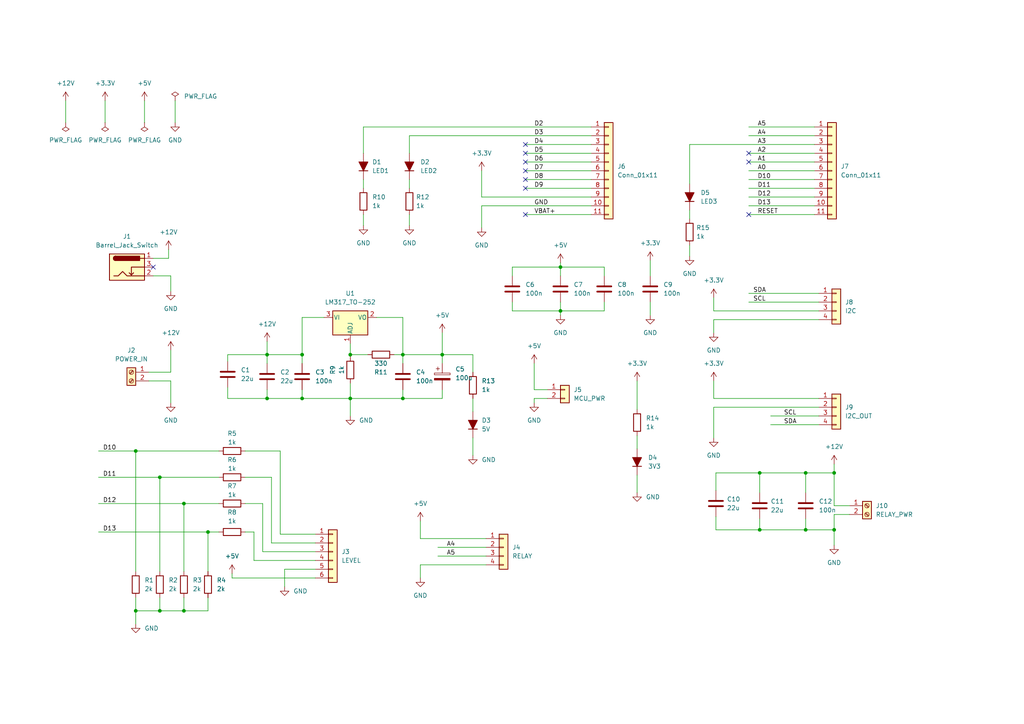
<source format=kicad_sch>
(kicad_sch (version 20211123) (generator eeschema)
  (paper "A4")
  (lib_symbols
    (symbol "Connector:Barrel_Jack_Switch" (pin_names hide)
      (property "Reference" "J" (at 0 5.334 0))
      (property "Value" "Barrel_Jack_Switch" (at 0 -5.08 0))
      (symbol "Barrel_Jack_Switch_0_1"
        (rectangle (start -5.08 3.81) (end 5.08 -3.81) (stroke (width 0.254)) (fill (type background)))
        (arc (start -3.302 3.175) (mid -3.937 2.54) (end -3.302 1.905) (stroke (width 0.254)))
        (arc (start -3.302 3.175) (mid -3.937 2.54) (end -3.302 1.905) (stroke (width 0.254)) (fill (type outline)))
        (polyline (pts (xy 1.27 -2.286) (xy 1.905 -1.651)) (stroke (width 0.254)))
        (polyline (pts (xy 5.08 2.54) (xy 3.81 2.54)) (stroke (width 0.254)))
        (polyline (pts (xy 5.08 0) (xy 1.27 0) (xy 1.27 -2.286) (xy 0.635 -1.651)) (stroke (width 0.254)))
        (polyline (pts (xy -3.81 -2.54) (xy -2.54 -2.54) (xy -1.27 -1.27) (xy 0 -2.54) (xy 2.54 -2.54) (xy 5.08 -2.54)) (stroke (width 0.254)))
        (rectangle (start 3.683 3.175) (end -3.302 1.905) (stroke (width 0.254)) (fill (type outline)))
      )
      (symbol "Barrel_Jack_Switch_1_1"
        (pin passive line (at 7.62 2.54 180) (length 2.54) (name "~") (number "1"))
        (pin passive line (at 7.62 -2.54 180) (length 2.54) (name "~") (number "2"))
        (pin passive line (at 7.62 0 180) (length 2.54) (name "~") (number "3"))
      )
    )
    (symbol "Connector:Screw_Terminal_01x02" (pin_names (offset 1.016) hide)
      (property "Reference" "J" (at 0 2.54 0))
      (property "Value" "Screw_Terminal_01x02" (at 0 -5.08 0))
      (symbol "Screw_Terminal_01x02_1_1"
        (rectangle (start -1.27 1.27) (end 1.27 -3.81) (stroke (width 0.254)) (fill (type background)))
        (circle (center 0 -2.54) (radius 0.635) (stroke (width 0.1524)))
        (polyline (pts (xy -0.5334 -2.2098) (xy 0.3302 -3.048)) (stroke (width 0.1524)))
        (polyline (pts (xy -0.5334 0.3302) (xy 0.3302 -0.508)) (stroke (width 0.1524)))
        (polyline (pts (xy -0.3556 -2.032) (xy 0.508 -2.8702)) (stroke (width 0.1524)))
        (polyline (pts (xy -0.3556 0.508) (xy 0.508 -0.3302)) (stroke (width 0.1524)))
        (circle (center 0 0) (radius 0.635) (stroke (width 0.1524)))
        (pin passive line (at -5.08 0 0) (length 3.81) (name "Pin_1") (number "1"))
        (pin passive line (at -5.08 -2.54 0) (length 3.81) (name "Pin_2") (number "2"))
      )
    )
    (symbol "Connector_Generic:Conn_01x02" (pin_names (offset 1.016) hide)
      (property "Reference" "J" (at 0 2.54 0))
      (property "Value" "Conn_01x02" (at 0 -5.08 0))
      (symbol "Conn_01x02_1_1"
        (rectangle (start -1.27 -2.413) (end 0 -2.667) (stroke (width 0.1524)))
        (rectangle (start -1.27 0.127) (end 0 -0.127) (stroke (width 0.1524)))
        (rectangle (start -1.27 1.27) (end 1.27 -3.81) (stroke (width 0.254)) (fill (type background)))
        (pin passive line (at -5.08 0 0) (length 3.81) (name "Pin_1") (number "1"))
        (pin passive line (at -5.08 -2.54 0) (length 3.81) (name "Pin_2") (number "2"))
      )
    )
    (symbol "Connector_Generic:Conn_01x04" (pin_names (offset 1.016) hide)
      (property "Reference" "J" (at 0 5.08 0))
      (property "Value" "Conn_01x04" (at 0 -7.62 0))
      (symbol "Conn_01x04_1_1"
        (rectangle (start -1.27 -4.953) (end 0 -5.207) (stroke (width 0.1524)))
        (rectangle (start -1.27 -2.413) (end 0 -2.667) (stroke (width 0.1524)))
        (rectangle (start -1.27 0.127) (end 0 -0.127) (stroke (width 0.1524)))
        (rectangle (start -1.27 2.667) (end 0 2.413) (stroke (width 0.1524)))
        (rectangle (start -1.27 3.81) (end 1.27 -6.35) (stroke (width 0.254)) (fill (type background)))
        (pin passive line (at -5.08 2.54 0) (length 3.81) (name "Pin_1") (number "1"))
        (pin passive line (at -5.08 0 0) (length 3.81) (name "Pin_2") (number "2"))
        (pin passive line (at -5.08 -2.54 0) (length 3.81) (name "Pin_3") (number "3"))
        (pin passive line (at -5.08 -5.08 0) (length 3.81) (name "Pin_4") (number "4"))
      )
    )
    (symbol "Connector_Generic:Conn_01x06" (pin_names (offset 1.016) hide)
      (property "Reference" "J" (at 0 7.62 0))
      (property "Value" "Conn_01x06" (at 0 -10.16 0))
      (symbol "Conn_01x06_1_1"
        (rectangle (start -1.27 -7.493) (end 0 -7.747) (stroke (width 0.1524)))
        (rectangle (start -1.27 -4.953) (end 0 -5.207) (stroke (width 0.1524)))
        (rectangle (start -1.27 -2.413) (end 0 -2.667) (stroke (width 0.1524)))
        (rectangle (start -1.27 0.127) (end 0 -0.127) (stroke (width 0.1524)))
        (rectangle (start -1.27 2.667) (end 0 2.413) (stroke (width 0.1524)))
        (rectangle (start -1.27 5.207) (end 0 4.953) (stroke (width 0.1524)))
        (rectangle (start -1.27 6.35) (end 1.27 -8.89) (stroke (width 0.254)) (fill (type background)))
        (pin passive line (at -5.08 5.08 0) (length 3.81) (name "Pin_1") (number "1"))
        (pin passive line (at -5.08 2.54 0) (length 3.81) (name "Pin_2") (number "2"))
        (pin passive line (at -5.08 0 0) (length 3.81) (name "Pin_3") (number "3"))
        (pin passive line (at -5.08 -2.54 0) (length 3.81) (name "Pin_4") (number "4"))
        (pin passive line (at -5.08 -5.08 0) (length 3.81) (name "Pin_5") (number "5"))
        (pin passive line (at -5.08 -7.62 0) (length 3.81) (name "Pin_6") (number "6"))
      )
    )
    (symbol "Connector_Generic:Conn_01x11" (pin_names (offset 1.016) hide)
      (property "Reference" "J" (at 0 15.24 0))
      (property "Value" "Conn_01x11" (at 0 -15.24 0))
      (symbol "Conn_01x11_1_1"
        (rectangle (start -1.27 -12.573) (end 0 -12.827) (stroke (width 0.1524)))
        (rectangle (start -1.27 -10.033) (end 0 -10.287) (stroke (width 0.1524)))
        (rectangle (start -1.27 -7.493) (end 0 -7.747) (stroke (width 0.1524)))
        (rectangle (start -1.27 -4.953) (end 0 -5.207) (stroke (width 0.1524)))
        (rectangle (start -1.27 -2.413) (end 0 -2.667) (stroke (width 0.1524)))
        (rectangle (start -1.27 0.127) (end 0 -0.127) (stroke (width 0.1524)))
        (rectangle (start -1.27 2.667) (end 0 2.413) (stroke (width 0.1524)))
        (rectangle (start -1.27 5.207) (end 0 4.953) (stroke (width 0.1524)))
        (rectangle (start -1.27 7.747) (end 0 7.493) (stroke (width 0.1524)))
        (rectangle (start -1.27 10.287) (end 0 10.033) (stroke (width 0.1524)))
        (rectangle (start -1.27 12.827) (end 0 12.573) (stroke (width 0.1524)))
        (rectangle (start -1.27 13.97) (end 1.27 -13.97) (stroke (width 0.254)) (fill (type background)))
        (pin passive line (at -5.08 12.7 0) (length 3.81) (name "Pin_1") (number "1"))
        (pin passive line (at -5.08 -10.16 0) (length 3.81) (name "Pin_10") (number "10"))
        (pin passive line (at -5.08 -12.7 0) (length 3.81) (name "Pin_11") (number "11"))
        (pin passive line (at -5.08 10.16 0) (length 3.81) (name "Pin_2") (number "2"))
        (pin passive line (at -5.08 7.62 0) (length 3.81) (name "Pin_3") (number "3"))
        (pin passive line (at -5.08 5.08 0) (length 3.81) (name "Pin_4") (number "4"))
        (pin passive line (at -5.08 2.54 0) (length 3.81) (name "Pin_5") (number "5"))
        (pin passive line (at -5.08 0 0) (length 3.81) (name "Pin_6") (number "6"))
        (pin passive line (at -5.08 -2.54 0) (length 3.81) (name "Pin_7") (number "7"))
        (pin passive line (at -5.08 -5.08 0) (length 3.81) (name "Pin_8") (number "8"))
        (pin passive line (at -5.08 -7.62 0) (length 3.81) (name "Pin_9") (number "9"))
      )
    )
    (symbol "Device:C" (pin_numbers hide) (pin_names (offset 0.254))
      (property "Reference" "C" (at 0.635 2.54 0))
      (property "Value" "C" (at 0.635 -2.54 0))
      (symbol "C_0_1"
        (polyline (pts (xy -2.032 -0.762) (xy 2.032 -0.762)) (stroke (width 0.508)))
        (polyline (pts (xy -2.032 0.762) (xy 2.032 0.762)) (stroke (width 0.508)))
      )
      (symbol "C_1_1"
        (pin passive line (at 0 3.81 270) (length 2.794) (name "~") (number "1"))
        (pin passive line (at 0 -3.81 90) (length 2.794) (name "~") (number "2"))
      )
    )
    (symbol "Device:C_Polarized" (pin_numbers hide) (pin_names (offset 0.254))
      (property "Reference" "C" (at 0.635 2.54 0))
      (property "Value" "C_Polarized" (at 0.635 -2.54 0))
      (symbol "C_Polarized_0_1"
        (rectangle (start -2.286 0.508) (end 2.286 1.016))
        (polyline (pts (xy -1.778 2.286) (xy -0.762 2.286)))
        (polyline (pts (xy -1.27 2.794) (xy -1.27 1.778)))
        (rectangle (start 2.286 -0.508) (end -2.286 -1.016) (fill (type outline)))
      )
      (symbol "C_Polarized_1_1"
        (pin passive line (at 0 3.81 270) (length 2.794) (name "~") (number "1"))
        (pin passive line (at 0 -3.81 90) (length 2.794) (name "~") (number "2"))
      )
    )
    (symbol "Device:D_Filled" (pin_numbers hide) (pin_names (offset 1.016) hide)
      (property "Reference" "D" (at 0 2.54 0))
      (property "Value" "D_Filled" (at 0 -2.54 0))
      (symbol "D_Filled_0_1"
        (polyline (pts (xy -1.27 1.27) (xy -1.27 -1.27)) (stroke (width 0.254)))
        (polyline (pts (xy 1.27 0) (xy -1.27 0)))
        (polyline (pts (xy 1.27 1.27) (xy 1.27 -1.27) (xy -1.27 0) (xy 1.27 1.27)) (stroke (width 0.254)) (fill (type outline)))
      )
      (symbol "D_Filled_1_1"
        (pin passive line (at -3.81 0 0) (length 2.54) (name "K") (number "1"))
        (pin passive line (at 3.81 0 180) (length 2.54) (name "A") (number "2"))
      )
    )
    (symbol "Device:R" (pin_numbers hide) (pin_names (offset 0))
      (property "Reference" "R" (at 2.032 0 90))
      (property "Value" "R" (at 0 0 90))
      (symbol "R_0_1"
        (rectangle (start -1.016 -2.54) (end 1.016 2.54) (stroke (width 0.254)))
      )
      (symbol "R_1_1"
        (pin passive line (at 0 3.81 270) (length 1.27) (name "~") (number "1"))
        (pin passive line (at 0 -3.81 90) (length 1.27) (name "~") (number "2"))
      )
    )
    (symbol "Regulator_Linear:LM317_TO-252" (pin_names (offset 0.254))
      (property "Reference" "U" (at -3.81 3.175 0))
      (property "Value" "LM317_TO-252" (at 0 3.175 0))
      (symbol "LM317_TO-252_0_1"
        (rectangle (start -5.08 1.905) (end 5.08 -5.08) (stroke (width 0.254)) (fill (type background)))
      )
      (symbol "LM317_TO-252_1_1"
        (pin input line (at 0 -7.62 90) (length 2.54) (name "ADJ") (number "1"))
        (pin power_out line (at 7.62 0 180) (length 2.54) (name "VO") (number "2"))
        (pin power_in line (at -7.62 0 0) (length 2.54) (name "VI") (number "3"))
      )
    )
    (symbol "power:+12V" (power) (pin_names (offset 0))
      (property "Value" "+12V" (at 0 3.556 0))
      (symbol "+12V_0_1"
        (polyline (pts (xy -0.762 1.27) (xy 0 2.54)))
        (polyline (pts (xy 0 0) (xy 0 2.54)))
        (polyline (pts (xy 0 2.54) (xy 0.762 1.27)))
      )
      (symbol "+12V_1_1"
        (pin power_in line (at 0 0 90) (length 0) hide (name "+12V") (number "1"))
      )
    )
    (symbol "power:+3.3V" (power) (pin_names (offset 0))
      (property "Value" "+3.3V" (at 0 3.556 0))
      (symbol "+3.3V_0_1"
        (polyline (pts (xy -0.762 1.27) (xy 0 2.54)))
        (polyline (pts (xy 0 0) (xy 0 2.54)))
        (polyline (pts (xy 0 2.54) (xy 0.762 1.27)))
      )
      (symbol "+3.3V_1_1"
        (pin power_in line (at 0 0 90) (length 0) hide (name "+3.3V") (number "1"))
      )
    )
    (symbol "power:+5V" (power) (pin_names (offset 0))
      (property "Value" "+5V" (at 0 3.556 0))
      (symbol "+5V_0_1"
        (polyline (pts (xy -0.762 1.27) (xy 0 2.54)))
        (polyline (pts (xy 0 0) (xy 0 2.54)))
        (polyline (pts (xy 0 2.54) (xy 0.762 1.27)))
      )
      (symbol "+5V_1_1"
        (pin power_in line (at 0 0 90) (length 0) hide (name "+5V") (number "1"))
      )
    )
    (symbol "power:GND" (power) (pin_names (offset 0))
      (property "Value" "GND" (at 0 -3.81 0))
      (symbol "GND_0_1"
        (polyline (pts (xy 0 0) (xy 0 -1.27) (xy 1.27 -1.27) (xy 0 -2.54) (xy -1.27 -1.27) (xy 0 -1.27)))
      )
      (symbol "GND_1_1"
        (pin power_in line (at 0 0 270) (length 0) hide (name "GND") (number "1"))
      )
    )
    (symbol "power:PWR_FLAG" (power) (pin_numbers hide) (pin_names (offset 0) hide)
      (property "Value" "PWR_FLAG" (at 0 3.81 0))
      (symbol "PWR_FLAG_0_0"
        (pin power_out line (at 0 0 90) (length 0) (name "pwr") (number "1"))
      )
      (symbol "PWR_FLAG_0_1"
        (polyline (pts (xy 0 0) (xy 0 1.27) (xy -1.016 1.905) (xy 0 2.54) (xy 1.016 1.905) (xy 0 1.27)))
      )
    )
  )
  (junction (at 220.345 153.67))
  (junction (at 87.63 115.57))
  (junction (at 87.63 102.87))
  (junction (at 116.84 102.87))
  (junction (at 46.355 138.43))
  (junction (at 220.345 137.16))
  (junction (at 233.68 153.67))
  (junction (at 233.68 137.16))
  (junction (at 77.47 102.87))
  (junction (at 46.355 177.165))
  (junction (at 162.56 90.17))
  (junction (at 116.84 115.57))
  (junction (at 53.34 177.165))
  (junction (at 241.935 137.16))
  (junction (at 101.6 102.87))
  (junction (at 53.34 146.05))
  (junction (at 241.935 153.67))
  (junction (at 128.27 102.87))
  (junction (at 60.325 154.305))
  (junction (at 77.47 115.57))
  (junction (at 39.37 130.81))
  (junction (at 162.56 77.47))
  (junction (at 39.37 177.165))
  (junction (at 101.6 115.57))
  (no_connect (at 152.4 41.91))
  (no_connect (at 152.4 54.61))
  (no_connect (at 44.45 77.47))
  (no_connect (at 217.17 62.23))
  (no_connect (at 152.4 49.53))
  (no_connect (at 217.17 44.45))
  (no_connect (at 152.4 46.99))
  (no_connect (at 152.4 52.07))
  (no_connect (at 217.17 46.99))
  (no_connect (at 152.4 44.45))
  (no_connect (at 152.4 62.23))
  (wire (pts (xy 217.17 39.37) (xy 236.22 39.37)))
  (wire (pts (xy 175.26 90.17) (xy 175.26 87.63)))
  (wire (pts (xy 116.84 102.87) (xy 128.27 102.87)))
  (wire (pts (xy 152.4 44.45) (xy 171.45 44.45)))
  (wire (pts (xy 241.935 153.67) (xy 241.935 158.115)))
  (wire (pts (xy 207.645 137.16) (xy 207.645 142.24)))
  (wire (pts (xy 101.6 115.57) (xy 101.6 120.65)))
  (wire (pts (xy 28.575 146.05) (xy 53.34 146.05)))
  (wire (pts (xy 28.575 130.81) (xy 39.37 130.81)))
  (wire (pts (xy 53.34 177.165) (xy 60.325 177.165)))
  (wire (pts (xy 139.7 57.15) (xy 171.45 57.15)))
  (wire (pts (xy 152.4 41.91) (xy 171.45 41.91)))
  (wire (pts (xy 139.7 59.69) (xy 171.45 59.69)))
  (wire (pts (xy 43.18 107.95) (xy 49.53 107.95)))
  (wire (pts (xy 116.84 102.87) (xy 116.84 105.41)))
  (wire (pts (xy 137.16 102.87) (xy 137.16 107.95)))
  (wire (pts (xy 105.41 62.23) (xy 105.41 65.405)))
  (wire (pts (xy 188.595 75.565) (xy 188.595 80.01)))
  (wire (pts (xy 81.28 154.94) (xy 91.44 154.94)))
  (wire (pts (xy 127 161.29) (xy 140.97 161.29)))
  (wire (pts (xy 207.01 92.71) (xy 237.49 92.71)))
  (wire (pts (xy 77.47 115.57) (xy 66.04 115.57)))
  (wire (pts (xy 53.34 146.05) (xy 63.5 146.05)))
  (wire (pts (xy 207.01 92.71) (xy 207.01 96.52)))
  (wire (pts (xy 154.94 115.57) (xy 154.94 116.84)))
  (wire (pts (xy 152.4 49.53) (xy 171.45 49.53)))
  (wire (pts (xy 44.45 80.01) (xy 49.53 80.01)))
  (wire (pts (xy 39.37 177.165) (xy 46.355 177.165)))
  (wire (pts (xy 118.745 39.37) (xy 118.745 44.45)))
  (wire (pts (xy 87.63 115.57) (xy 101.6 115.57)))
  (wire (pts (xy 105.41 36.83) (xy 105.41 44.45)))
  (wire (pts (xy 105.41 36.83) (xy 171.45 36.83)))
  (wire (pts (xy 220.345 153.67) (xy 207.645 153.67)))
  (wire (pts (xy 162.56 90.17) (xy 162.56 91.44)))
  (wire (pts (xy 87.63 102.87) (xy 77.47 102.87)))
  (wire (pts (xy 60.325 154.305) (xy 60.325 165.735)))
  (wire (pts (xy 60.325 173.355) (xy 60.325 177.165)))
  (wire (pts (xy 77.47 115.57) (xy 87.63 115.57)))
  (wire (pts (xy 207.01 115.57) (xy 207.01 110.49)))
  (wire (pts (xy 217.17 36.83) (xy 236.22 36.83)))
  (wire (pts (xy 49.53 80.01) (xy 49.53 84.455)))
  (wire (pts (xy 101.6 102.87) (xy 106.68 102.87)))
  (wire (pts (xy 48.895 74.93) (xy 48.895 72.39)))
  (wire (pts (xy 237.49 118.11) (xy 207.01 118.11)))
  (wire (pts (xy 39.37 177.165) (xy 39.37 180.975)))
  (wire (pts (xy 217.17 44.45) (xy 236.22 44.45)))
  (wire (pts (xy 139.7 59.69) (xy 139.7 66.04)))
  (wire (pts (xy 82.55 165.1) (xy 82.55 170.18)))
  (wire (pts (xy 101.6 99.695) (xy 101.6 102.87)))
  (wire (pts (xy 101.6 115.57) (xy 116.84 115.57)))
  (wire (pts (xy 73.66 162.56) (xy 91.44 162.56)))
  (wire (pts (xy 184.785 110.49) (xy 184.785 118.745)))
  (wire (pts (xy 46.355 138.43) (xy 63.5 138.43)))
  (wire (pts (xy 46.355 177.165) (xy 53.34 177.165)))
  (wire (pts (xy 93.98 92.075) (xy 87.63 92.075)))
  (wire (pts (xy 137.16 115.57) (xy 137.16 119.38)))
  (wire (pts (xy 148.59 77.47) (xy 162.56 77.47)))
  (wire (pts (xy 237.49 115.57) (xy 207.01 115.57)))
  (wire (pts (xy 152.4 62.23) (xy 171.45 62.23)))
  (wire (pts (xy 28.575 138.43) (xy 46.355 138.43)))
  (wire (pts (xy 28.575 154.305) (xy 60.325 154.305)))
  (wire (pts (xy 217.17 46.99) (xy 236.22 46.99)))
  (wire (pts (xy 207.01 90.17) (xy 237.49 90.17)))
  (wire (pts (xy 158.75 113.03) (xy 154.94 113.03)))
  (wire (pts (xy 246.38 149.225) (xy 241.935 149.225)))
  (wire (pts (xy 105.41 52.07) (xy 105.41 54.61)))
  (wire (pts (xy 41.91 29.21) (xy 41.91 35.56)))
  (wire (pts (xy 128.27 102.87) (xy 128.27 105.41)))
  (wire (pts (xy 66.04 102.87) (xy 66.04 104.775)))
  (wire (pts (xy 114.3 102.87) (xy 116.84 102.87)))
  (wire (pts (xy 217.17 87.63) (xy 237.49 87.63)))
  (wire (pts (xy 148.59 90.17) (xy 162.56 90.17)))
  (wire (pts (xy 200.025 41.91) (xy 236.22 41.91)))
  (wire (pts (xy 60.325 154.305) (xy 63.5 154.305)))
  (wire (pts (xy 158.75 115.57) (xy 154.94 115.57)))
  (wire (pts (xy 217.17 59.69) (xy 236.22 59.69)))
  (wire (pts (xy 188.595 87.63) (xy 188.595 91.44)))
  (wire (pts (xy 109.22 92.075) (xy 116.84 92.075)))
  (wire (pts (xy 233.68 137.16) (xy 233.68 142.875)))
  (wire (pts (xy 76.2 160.02) (xy 91.44 160.02)))
  (wire (pts (xy 67.31 167.64) (xy 91.44 167.64)))
  (wire (pts (xy 241.935 149.225) (xy 241.935 153.67)))
  (wire (pts (xy 77.47 102.87) (xy 77.47 99.06)))
  (wire (pts (xy 121.92 163.83) (xy 140.97 163.83)))
  (wire (pts (xy 121.92 156.21) (xy 140.97 156.21)))
  (wire (pts (xy 44.45 74.93) (xy 48.895 74.93)))
  (wire (pts (xy 233.68 153.67) (xy 241.935 153.67)))
  (wire (pts (xy 76.2 146.05) (xy 71.12 146.05)))
  (wire (pts (xy 49.53 101.6) (xy 49.53 107.95)))
  (wire (pts (xy 127 158.75) (xy 140.97 158.75)))
  (wire (pts (xy 39.37 173.355) (xy 39.37 177.165)))
  (wire (pts (xy 73.66 154.305) (xy 73.66 162.56)))
  (wire (pts (xy 128.27 102.87) (xy 137.16 102.87)))
  (wire (pts (xy 87.63 92.075) (xy 87.63 102.87)))
  (wire (pts (xy 118.745 39.37) (xy 171.45 39.37)))
  (wire (pts (xy 162.56 77.47) (xy 162.56 80.01)))
  (wire (pts (xy 162.56 90.17) (xy 175.26 90.17)))
  (wire (pts (xy 49.53 110.49) (xy 49.53 116.84)))
  (wire (pts (xy 200.025 41.91) (xy 200.025 53.34)))
  (wire (pts (xy 66.04 115.57) (xy 66.04 112.395)))
  (wire (pts (xy 71.12 154.305) (xy 73.66 154.305)))
  (wire (pts (xy 233.68 137.16) (xy 241.935 137.16)))
  (wire (pts (xy 116.84 92.075) (xy 116.84 102.87)))
  (wire (pts (xy 246.38 146.685) (xy 241.935 146.685)))
  (wire (pts (xy 162.56 76.2) (xy 162.56 77.47)))
  (wire (pts (xy 152.4 46.99) (xy 171.45 46.99)))
  (wire (pts (xy 77.47 102.87) (xy 77.47 105.41)))
  (wire (pts (xy 53.34 173.355) (xy 53.34 177.165)))
  (wire (pts (xy 87.63 113.03) (xy 87.63 115.57)))
  (wire (pts (xy 77.47 113.03) (xy 77.47 115.57)))
  (wire (pts (xy 50.8 29.21) (xy 50.8 35.56)))
  (wire (pts (xy 184.785 137.795) (xy 184.785 142.875)))
  (wire (pts (xy 118.745 52.07) (xy 118.745 54.61)))
  (wire (pts (xy 39.37 130.81) (xy 39.37 165.735)))
  (wire (pts (xy 207.01 90.17) (xy 207.01 86.36)))
  (wire (pts (xy 118.745 62.23) (xy 118.745 65.405)))
  (wire (pts (xy 46.355 138.43) (xy 46.355 165.735)))
  (wire (pts (xy 154.94 105.41) (xy 154.94 113.03)))
  (wire (pts (xy 220.345 137.16) (xy 207.645 137.16)))
  (wire (pts (xy 217.17 62.23) (xy 236.22 62.23)))
  (wire (pts (xy 82.55 165.1) (xy 91.44 165.1)))
  (wire (pts (xy 223.52 120.65) (xy 237.49 120.65)))
  (wire (pts (xy 217.17 85.09) (xy 237.49 85.09)))
  (wire (pts (xy 139.7 57.15) (xy 139.7 49.53)))
  (wire (pts (xy 217.17 54.61) (xy 236.22 54.61)))
  (wire (pts (xy 220.345 150.495) (xy 220.345 153.67)))
  (wire (pts (xy 217.17 52.07) (xy 236.22 52.07)))
  (wire (pts (xy 121.92 163.83) (xy 121.92 167.64)))
  (wire (pts (xy 137.16 127) (xy 137.16 132.08)))
  (wire (pts (xy 148.59 87.63) (xy 148.59 90.17)))
  (wire (pts (xy 207.645 153.67) (xy 207.645 149.86)))
  (wire (pts (xy 101.6 111.125) (xy 101.6 115.57)))
  (wire (pts (xy 81.28 130.81) (xy 71.12 130.81)))
  (wire (pts (xy 175.26 77.47) (xy 175.26 80.01)))
  (wire (pts (xy 152.4 54.61) (xy 171.45 54.61)))
  (wire (pts (xy 220.345 137.16) (xy 233.68 137.16)))
  (wire (pts (xy 241.935 137.16) (xy 241.935 146.685)))
  (wire (pts (xy 152.4 52.07) (xy 171.45 52.07)))
  (wire (pts (xy 30.48 29.21) (xy 30.48 35.56)))
  (wire (pts (xy 233.68 150.495) (xy 233.68 153.67)))
  (wire (pts (xy 78.74 138.43) (xy 78.74 157.48)))
  (wire (pts (xy 148.59 80.01) (xy 148.59 77.47)))
  (wire (pts (xy 217.17 49.53) (xy 236.22 49.53)))
  (wire (pts (xy 78.74 157.48) (xy 91.44 157.48)))
  (wire (pts (xy 77.47 102.87) (xy 66.04 102.87)))
  (wire (pts (xy 46.355 173.355) (xy 46.355 177.165)))
  (wire (pts (xy 19.05 29.21) (xy 19.05 35.56)))
  (wire (pts (xy 128.27 115.57) (xy 128.27 113.03)))
  (wire (pts (xy 43.18 110.49) (xy 49.53 110.49)))
  (wire (pts (xy 200.025 71.12) (xy 200.025 74.295)))
  (wire (pts (xy 81.28 130.81) (xy 81.28 154.94)))
  (wire (pts (xy 87.63 102.87) (xy 87.63 105.41)))
  (wire (pts (xy 220.345 137.16) (xy 220.345 142.875)))
  (wire (pts (xy 116.84 115.57) (xy 128.27 115.57)))
  (wire (pts (xy 223.52 123.19) (xy 237.49 123.19)))
  (wire (pts (xy 121.92 156.21) (xy 121.92 151.13)))
  (wire (pts (xy 76.2 146.05) (xy 76.2 160.02)))
  (wire (pts (xy 207.01 118.11) (xy 207.01 127)))
  (wire (pts (xy 67.31 167.64) (xy 67.31 166.37)))
  (wire (pts (xy 184.785 126.365) (xy 184.785 130.175)))
  (wire (pts (xy 101.6 102.87) (xy 101.6 103.505)))
  (wire (pts (xy 71.12 138.43) (xy 78.74 138.43)))
  (wire (pts (xy 162.56 87.63) (xy 162.56 90.17)))
  (wire (pts (xy 128.27 102.87) (xy 128.27 96.52)))
  (wire (pts (xy 220.345 153.67) (xy 233.68 153.67)))
  (wire (pts (xy 200.025 60.96) (xy 200.025 63.5)))
  (wire (pts (xy 39.37 130.81) (xy 63.5 130.81)))
  (wire (pts (xy 241.935 134.62) (xy 241.935 137.16)))
  (wire (pts (xy 116.84 113.03) (xy 116.84 115.57)))
  (wire (pts (xy 53.34 165.735) (xy 53.34 146.05)))
  (wire (pts (xy 162.56 77.47) (xy 175.26 77.47)))
  (wire (pts (xy 217.17 57.15) (xy 236.22 57.15)))
  (label "A5" (at 129.54 161.29 0))
  (label "D5" (at 154.94 44.45 0))
  (label "SDA" (at 227.33 123.19 0))
  (label "A4" (at 129.54 158.75 0))
  (label "D4" (at 154.94 41.91 0))
  (label "VBAT+" (at 154.94 62.23 0))
  (label "GND" (at 154.94 59.69 0))
  (label "D7" (at 154.94 49.53 0))
  (label "D11" (at 29.845 138.43 0))
  (label "D2" (at 154.94 36.83 0))
  (label "D8" (at 154.94 52.07 0))
  (label "D3" (at 154.94 39.37 0))
  (label "A5" (at 219.71 36.83 0))
  (label "D11" (at 219.71 54.61 0))
  (label "D10" (at 29.845 130.81 0))
  (label "RESET" (at 219.71 62.23 0))
  (label "D6" (at 154.94 46.99 0))
  (label "D9" (at 154.94 54.61 0))
  (label "D12" (at 29.845 146.05 0))
  (label "A1" (at 219.71 46.99 0))
  (label "D12" (at 219.71 57.15 0))
  (label "D13" (at 29.845 154.305 0))
  (label "D10" (at 219.71 52.07 0))
  (label "SCL" (at 227.33 120.65 0))
  (label "A3" (at 219.71 41.91 0))
  (label "D13" (at 219.71 59.69 0))
  (label "SDA" (at 218.44 85.09 0))
  (label "A2" (at 219.71 44.45 0))
  (label "A4" (at 219.71 39.37 0))
  (label "SCL" (at 218.44 87.63 0))
  (label "A0" (at 219.71 49.53 0))
  (symbol (lib_id "Device:C") (at 148.59 83.82 0) (unit 1)
    (property "Reference" "C6" (at 152.4 82.5499 0) (effects (justify left)))
    (property "Value" "100n" (at 152.4 85.0899 0) (effects (justify left)))
    (property "Footprint" "Capacitor_SMD:C_0805_2012Metric_Pad1.18x1.45mm_HandSolder" (effects hide))
    (property "LCSC" "C28233" (effects hide))
  )
  (symbol (lib_id "Device:C") (at 162.56 83.82 0) (unit 1)
    (property "Reference" "C7" (at 166.37 82.5499 0) (effects (justify left)))
    (property "Value" "100n" (at 166.37 85.0899 0) (effects (justify left)))
    (property "Footprint" "Capacitor_SMD:C_0805_2012Metric_Pad1.18x1.45mm_HandSolder" (effects hide))
    (property "LCSC" "C28233" (effects hide))
  )
  (symbol (lib_id "power:+12V") (at 48.895 72.39 0) (unit 1)
    (property "Reference" "#PWR05" (effects hide))
    (property "Value" "+12V" (at 48.895 67.31 0))
  )
  (symbol (lib_id "Device:C") (at 77.47 109.22 0) (unit 1)
    (property "Reference" "C2" (at 81.28 107.9499 0) (effects (justify left)))
    (property "Value" "22u" (at 81.28 110.4899 0) (effects (justify left)))
    (property "Footprint" "Capacitor_SMD:C_0805_2012Metric_Pad1.18x1.45mm_HandSolder" (effects hide))
    (property "LCSC" "C45783" (effects hide))
  )
  (symbol (lib_id "Device:C") (at 188.595 83.82 0) (unit 1)
    (property "Reference" "C9" (at 192.405 82.5499 0) (effects (justify left)))
    (property "Value" "100n" (at 192.405 85.0899 0) (effects (justify left)))
    (property "Footprint" "Capacitor_SMD:C_0805_2012Metric_Pad1.18x1.45mm_HandSolder" (effects hide))
    (property "LCSC" "C28233" (effects hide))
  )
  (symbol (lib_id "power:GND") (at 200.025 74.295 0) (unit 1)
    (property "Reference" "#PWR030" (effects hide))
    (property "Value" "GND" (at 200.025 79.375 0))
  )
  (symbol (lib_id "power:+5V") (at 162.56 76.2 0) (unit 1)
    (property "Reference" "#PWR024" (effects hide))
    (property "Value" "+5V" (at 162.56 71.12 0))
  )
  (symbol (lib_id "power:GND") (at 82.55 170.18 0) (mirror y) (unit 1)
    (property "Reference" "#PWR012" (effects hide))
    (property "Value" "GND" (at 85.09 171.4499 0) (effects (justify right)))
  )
  (symbol (lib_id "power:GND") (at 105.41 65.405 0) (unit 1)
    (property "Reference" "#PWR014" (effects hide))
    (property "Value" "GND" (at 105.41 70.485 0))
  )
  (symbol (lib_id "Device:C") (at 116.84 109.22 0) (unit 1)
    (property "Reference" "C4" (at 120.65 107.9499 0) (effects (justify left)))
    (property "Value" "100n" (at 120.65 110.4899 0) (effects (justify left)))
    (property "Footprint" "Capacitor_SMD:C_0805_2012Metric_Pad1.18x1.45mm_HandSolder" (effects hide))
    (property "LCSC" "C28233" (effects hide))
  )
  (symbol (lib_id "Connector_Generic:Conn_01x04") (at 146.05 158.75 0) (unit 1)
    (property "Reference" "J4" (at 148.59 158.7499 0) (effects (justify left)))
    (property "Value" "RELAY" (at 148.59 161.2899 0) (effects (justify left)))
    (property "Footprint" "Connector_PinHeader_2.54mm:PinHeader_1x04_P2.54mm_Vertical" (effects hide))
    (property "LCSC" "-" (effects hide))
  )
  (symbol (lib_id "Device:D_Filled") (at 200.025 57.15 90) (unit 1)
    (property "Reference" "D5" (at 203.2 55.8799 90) (effects (justify right)))
    (property "Value" "LED3" (at 203.2 58.4199 90) (effects (justify right)))
    (property "Footprint" "LED_SMD:LED_0805_2012Metric_Pad1.15x1.40mm_HandSolder" (effects hide))
    (property "LCSC" "C84256" (effects hide))
  )
  (symbol (lib_id "power:+5V") (at 67.31 166.37 0) (unit 1)
    (property "Reference" "#PWR010" (effects hide))
    (property "Value" "+5V" (at 67.31 161.29 0))
  )
  (symbol (lib_id "power:+12V") (at 49.53 101.6 0) (unit 1)
    (property "Reference" "#PWR07" (effects hide))
    (property "Value" "+12V" (at 49.53 96.52 0))
  )
  (symbol (lib_id "power:GND") (at 207.01 96.52 0) (unit 1)
    (property "Reference" "#PWR032" (effects hide))
    (property "Value" "GND" (at 207.01 101.6 0))
  )
  (symbol (lib_id "Connector_Generic:Conn_01x04") (at 242.57 87.63 0) (unit 1)
    (property "Reference" "J8" (at 245.11 87.6299 0) (effects (justify left)))
    (property "Value" "I2C" (at 245.11 90.1699 0) (effects (justify left)))
    (property "Footprint" "Connector_PinHeader_2.54mm:PinHeader_1x04_P2.54mm_Vertical" (effects hide))
    (property "LCSC" "-" (effects hide))
  )
  (symbol (lib_id "power:+3.3V") (at 184.785 110.49 0) (unit 1)
    (property "Reference" "#PWR026" (effects hide))
    (property "Value" "+3.3V" (at 184.785 105.41 0))
  )
  (symbol (lib_id "Device:R") (at 105.41 58.42 0) (unit 1)
    (property "Reference" "R10" (at 107.95 57.1499 0) (effects (justify left)))
    (property "Value" "1k" (at 107.95 59.6899 0) (effects (justify left)))
    (property "Footprint" "Resistor_SMD:R_0805_2012Metric_Pad1.20x1.40mm_HandSolder" (effects hide))
    (property "LCSC" "C17513" (effects hide))
  )
  (symbol (lib_id "Device:D_Filled") (at 137.16 123.19 90) (unit 1)
    (property "Reference" "D3" (at 139.7 121.9199 90) (effects (justify right)))
    (property "Value" "5V" (at 139.7 124.4599 90) (effects (justify right)))
    (property "Footprint" "LED_SMD:LED_0805_2012Metric_Pad1.15x1.40mm_HandSolder" (effects hide))
    (property "LCSC" "C2297" (effects hide))
  )
  (symbol (lib_id "power:+3.3V") (at 188.595 75.565 0) (unit 1)
    (property "Reference" "#PWR028" (effects hide))
    (property "Value" "+3.3V" (at 188.595 70.485 0))
  )
  (symbol (lib_id "Device:R") (at 67.31 146.05 90) (unit 1)
    (property "Reference" "R7" (at 67.31 140.97 90))
    (property "Value" "1k" (at 67.31 143.51 90))
    (property "Footprint" "Resistor_SMD:R_0805_2012Metric_Pad1.20x1.40mm_HandSolder" (effects hide))
    (property "LCSC" "C17513" (effects hide))
  )
  (symbol (lib_id "power:PWR_FLAG") (at 41.91 35.56 180) (unit 1)
    (property "Reference" "#FLG03" (effects hide))
    (property "Value" "PWR_FLAG" (at 41.91 40.64 0))
  )
  (symbol (lib_id "Device:R") (at 67.31 138.43 90) (unit 1)
    (property "Reference" "R6" (at 67.31 133.35 90))
    (property "Value" "1k" (at 67.31 135.89 90))
    (property "Footprint" "Resistor_SMD:R_0805_2012Metric_Pad1.20x1.40mm_HandSolder" (effects hide))
    (property "LCSC" "C17513" (effects hide))
  )
  (symbol (lib_id "Device:R") (at 184.785 122.555 0) (unit 1)
    (property "Reference" "R14" (at 187.325 121.2849 0) (effects (justify left)))
    (property "Value" "1k" (at 187.325 123.8249 0) (effects (justify left)))
    (property "Footprint" "Resistor_SMD:R_0805_2012Metric_Pad1.20x1.40mm_HandSolder" (effects hide))
    (property "LCSC" "C17513" (effects hide))
  )
  (symbol (lib_id "Connector:Barrel_Jack_Switch") (at 36.83 77.47 0) (unit 1)
    (property "Reference" "J1" (at 36.83 68.58 0))
    (property "Value" "Barrel_Jack_Switch" (at 36.83 71.12 0))
    (property "Footprint" "Connector_BarrelJack:BarrelJack_Horizontal" (effects hide))
    (property "LCSC" "-" (effects hide))
  )
  (symbol (lib_id "power:+3.3V") (at 207.01 86.36 0) (unit 1)
    (property "Reference" "#PWR031" (effects hide))
    (property "Value" "+3.3V" (at 207.01 81.28 0))
  )
  (symbol (lib_id "power:GND") (at 162.56 91.44 0) (unit 1)
    (property "Reference" "#PWR025" (effects hide))
    (property "Value" "GND" (at 162.56 96.52 0))
  )
  (symbol (lib_id "power:GND") (at 207.01 127 0) (unit 1)
    (property "Reference" "#PWR034" (effects hide))
    (property "Value" "GND" (at 207.01 132.08 0))
  )
  (symbol (lib_id "power:GND") (at 50.8 35.56 0) (unit 1)
    (property "Reference" "#PWR09" (effects hide))
    (property "Value" "GND" (at 50.8 40.64 0))
  )
  (symbol (lib_id "power:+12V") (at 19.05 29.21 0) (unit 1)
    (property "Reference" "#PWR01" (effects hide))
    (property "Value" "+12V" (at 19.05 24.13 0))
  )
  (symbol (lib_id "Device:R") (at 200.025 67.31 0) (unit 1)
    (property "Reference" "R15" (at 201.93 66.0399 0) (effects (justify left)))
    (property "Value" "1k" (at 201.93 68.5799 0) (effects (justify left)))
    (property "Footprint" "Resistor_SMD:R_0805_2012Metric_Pad1.20x1.40mm_HandSolder" (effects hide))
    (property "LCSC" "C17513" (effects hide))
  )
  (symbol (lib_id "power:+3.3V") (at 139.7 49.53 0) (unit 1)
    (property "Reference" "#PWR020" (effects hide))
    (property "Value" "+3.3V" (at 139.7 44.45 0))
  )
  (symbol (lib_id "Device:R") (at 67.31 154.305 90) (unit 1)
    (property "Reference" "R8" (at 67.31 148.59 90))
    (property "Value" "1k" (at 67.31 151.13 90))
    (property "Footprint" "Resistor_SMD:R_0805_2012Metric_Pad1.20x1.40mm_HandSolder" (effects hide))
    (property "LCSC" "C17513" (effects hide))
  )
  (symbol (lib_id "Connector:Screw_Terminal_01x02") (at 38.1 107.95 0) (mirror y) (unit 1)
    (property "Reference" "J2" (at 38.1 101.6 0))
    (property "Value" "POWER_IN" (at 38.1 104.14 0))
    (property "Footprint" "TerminalBlock_Phoenix:TerminalBlock_Phoenix_PT-1,5-2-3.5-H_1x02_P3.50mm_Horizontal" (effects hide))
    (property "LCSC" "-" (effects hide))
  )
  (symbol (lib_id "power:+3.3V") (at 30.48 29.21 0) (unit 1)
    (property "Reference" "#PWR02" (effects hide))
    (property "Value" "+3.3V" (at 30.48 24.13 0))
  )
  (symbol (lib_id "Regulator_Linear:LM317_TO-252") (at 101.6 92.075 0) (unit 1)
    (property "Reference" "U1" (at 101.6 85.09 0))
    (property "Value" "LM317_TO-252" (at 101.6 87.63 0))
    (property "Footprint" "Package_TO_SOT_SMD:TO-252-2" (effects hide))
    (property "Datasheet" "http://www.ti.com/lit/ds/snvs774n/snvs774n.pdf" (effects hide))
    (property "LCSC" "C75510" (effects hide))
  )
  (symbol (lib_id "power:GND") (at 118.745 65.405 0) (unit 1)
    (property "Reference" "#PWR015" (effects hide))
    (property "Value" "GND" (at 118.745 70.485 0))
  )
  (symbol (lib_id "Device:C_Polarized") (at 128.27 109.22 0) (unit 1)
    (property "Reference" "C5" (at 132.08 107.0609 0) (effects (justify left)))
    (property "Value" "100u" (at 132.08 109.6009 0) (effects (justify left)))
    (property "Footprint" "Capacitor_Tantalum_SMD:CP_EIA-3528-12_Kemet-T_Pad1.50x2.35mm_HandSolder" (effects hide))
    (property "LCSC" "C16133" (effects hide))
  )
  (symbol (lib_id "power:PWR_FLAG") (at 50.8 29.21 0) (unit 1)
    (property "Reference" "#FLG04" (effects hide))
    (property "Value" "PWR_FLAG" (at 53.34 27.9399 0) (effects (justify left)))
  )
  (symbol (lib_id "Device:R") (at 101.6 107.315 180) (unit 1)
    (property "Reference" "R9" (at 96.52 107.315 90))
    (property "Value" "1k" (at 99.06 107.315 90))
    (property "Footprint" "Resistor_SMD:R_0805_2012Metric_Pad1.20x1.40mm_HandSolder" (effects hide))
    (property "LCSC" "C17513" (effects hide))
  )
  (symbol (lib_id "Connector_Generic:Conn_01x04") (at 242.57 118.11 0) (unit 1)
    (property "Reference" "J9" (at 245.11 118.1099 0) (effects (justify left)))
    (property "Value" "I2C_OUT" (at 245.11 120.6499 0) (effects (justify left)))
    (property "Footprint" "Connector_PinHeader_2.54mm:PinHeader_1x04_P2.54mm_Vertical" (effects hide))
    (property "LCSC" "-" (effects hide))
  )
  (symbol (lib_id "Connector_Generic:Conn_01x02") (at 163.83 113.03 0) (unit 1)
    (property "Reference" "J5" (at 166.37 113.0299 0) (effects (justify left)))
    (property "Value" "MCU_PWR" (at 166.37 115.5699 0) (effects (justify left)))
    (property "Footprint" "Connector_PinHeader_2.54mm:PinHeader_1x02_P2.54mm_Vertical" (effects hide))
    (property "LCSC" "-" (effects hide))
  )
  (symbol (lib_id "power:+5V") (at 154.94 105.41 0) (unit 1)
    (property "Reference" "#PWR022" (effects hide))
    (property "Value" "+5V" (at 154.94 100.33 0))
  )
  (symbol (lib_id "power:+5V") (at 121.92 151.13 0) (unit 1)
    (property "Reference" "#PWR016" (effects hide))
    (property "Value" "+5V" (at 121.92 146.05 0))
  )
  (symbol (lib_id "Connector_Generic:Conn_01x06") (at 96.52 160.02 0) (unit 1)
    (property "Reference" "J3" (at 99.06 160.0199 0) (effects (justify left)))
    (property "Value" "LEVEL" (at 99.06 162.5599 0) (effects (justify left)))
    (property "Footprint" "Connector_PinHeader_2.54mm:PinHeader_1x06_P2.54mm_Vertical" (effects hide))
    (property "LCSC" "-" (effects hide))
  )
  (symbol (lib_id "Device:R") (at 67.31 130.81 90) (unit 1)
    (property "Reference" "R5" (at 67.31 125.73 90))
    (property "Value" "1k" (at 67.31 128.27 90))
    (property "Footprint" "Resistor_SMD:R_0805_2012Metric_Pad1.20x1.40mm_HandSolder" (effects hide))
    (property "LCSC" "C17513" (effects hide))
  )
  (symbol (lib_id "Device:C") (at 87.63 109.22 0) (unit 1)
    (property "Reference" "C3" (at 91.44 107.9499 0) (effects (justify left)))
    (property "Value" "100n" (at 91.44 110.4899 0) (effects (justify left)))
    (property "Footprint" "Capacitor_SMD:C_0805_2012Metric_Pad1.18x1.45mm_HandSolder" (effects hide))
    (property "LCSC" "C28233" (effects hide))
  )
  (symbol (lib_id "Device:R") (at 110.49 102.87 270) (unit 1)
    (property "Reference" "R11" (at 110.49 107.95 90))
    (property "Value" "330" (at 110.49 105.41 90))
    (property "Footprint" "Resistor_SMD:R_0805_2012Metric_Pad1.20x1.40mm_HandSolder" (effects hide))
    (property "LCSC" "C17630" (effects hide))
  )
  (symbol (lib_id "power:GND") (at 49.53 116.84 0) (unit 1)
    (property "Reference" "#PWR08" (effects hide))
    (property "Value" "GND" (at 49.53 121.92 0))
  )
  (symbol (lib_id "power:+12V") (at 77.47 99.06 0) (unit 1)
    (property "Reference" "#PWR011" (effects hide))
    (property "Value" "+12V" (at 77.47 93.98 0))
  )
  (symbol (lib_id "Device:R") (at 39.37 169.545 180) (unit 1)
    (property "Reference" "R1" (at 41.91 168.2749 0) (effects (justify right)))
    (property "Value" "2k" (at 41.91 170.8149 0) (effects (justify right)))
    (property "Footprint" "Resistor_SMD:R_0805_2012Metric_Pad1.20x1.40mm_HandSolder" (effects hide))
    (property "LCSC" "C17604" (effects hide))
  )
  (symbol (lib_id "power:GND") (at 49.53 84.455 0) (unit 1)
    (property "Reference" "#PWR06" (effects hide))
    (property "Value" "GND" (at 49.53 89.535 0))
  )
  (symbol (lib_id "power:+5V") (at 41.91 29.21 0) (unit 1)
    (property "Reference" "#PWR04" (effects hide))
    (property "Value" "+5V" (at 41.91 24.13 0))
  )
  (symbol (lib_id "power:+3.3V") (at 207.01 110.49 0) (unit 1)
    (property "Reference" "#PWR033" (effects hide))
    (property "Value" "+3.3V" (at 207.01 105.41 0))
  )
  (symbol (lib_id "Device:C") (at 233.68 146.685 0) (unit 1)
    (property "Reference" "C12" (at 237.49 145.4149 0) (effects (justify left)))
    (property "Value" "100n" (at 237.49 147.9549 0) (effects (justify left)))
    (property "Footprint" "Capacitor_SMD:C_0805_2012Metric_Pad1.18x1.45mm_HandSolder" (effects hide))
    (property "LCSC" "C28233" (effects hide))
  )
  (symbol (lib_id "Device:R") (at 118.745 58.42 0) (unit 1)
    (property "Reference" "R12" (at 120.65 57.1499 0) (effects (justify left)))
    (property "Value" "1k" (at 120.65 59.6899 0) (effects (justify left)))
    (property "Footprint" "Resistor_SMD:R_0805_2012Metric_Pad1.20x1.40mm_HandSolder" (effects hide))
    (property "LCSC" "C17513" (effects hide))
  )
  (symbol (lib_id "power:PWR_FLAG") (at 30.48 35.56 180) (unit 1)
    (property "Reference" "#FLG02" (effects hide))
    (property "Value" "PWR_FLAG" (at 30.48 40.64 0))
  )
  (symbol (lib_id "power:+12V") (at 241.935 134.62 0) (unit 1)
    (property "Reference" "#PWR035" (effects hide))
    (property "Value" "+12V" (at 241.935 129.54 0))
  )
  (symbol (lib_id "Device:D_Filled") (at 184.785 133.985 90) (unit 1)
    (property "Reference" "D4" (at 187.96 132.7149 90) (effects (justify right)))
    (property "Value" "3V3" (at 187.96 135.2549 90) (effects (justify right)))
    (property "Footprint" "LED_SMD:LED_0805_2012Metric_Pad1.15x1.40mm_HandSolder" (effects hide))
    (property "LCSC" "C2297" (effects hide))
  )
  (symbol (lib_id "Device:R") (at 137.16 111.76 0) (unit 1)
    (property "Reference" "R13" (at 139.7 110.4899 0) (effects (justify left)))
    (property "Value" "1k" (at 139.7 113.0299 0) (effects (justify left)))
    (property "Footprint" "Resistor_SMD:R_0805_2012Metric_Pad1.20x1.40mm_HandSolder" (effects hide))
    (property "LCSC" "C17513" (effects hide))
  )
  (symbol (lib_id "Device:D_Filled") (at 105.41 48.26 90) (unit 1)
    (property "Reference" "D1" (at 107.95 46.9899 90) (effects (justify right)))
    (property "Value" "LED1" (at 107.95 49.5299 90) (effects (justify right)))
    (property "Footprint" "LED_SMD:LED_0805_2012Metric_Pad1.15x1.40mm_HandSolder" (effects hide))
    (property "LCSC" "C2297" (effects hide))
  )
  (symbol (lib_id "power:GND") (at 39.37 180.975 0) (mirror y) (unit 1)
    (property "Reference" "#PWR03" (effects hide))
    (property "Value" "GND" (at 41.91 182.2449 0) (effects (justify right)))
  )
  (symbol (lib_id "power:GND") (at 188.595 91.44 0) (unit 1)
    (property "Reference" "#PWR029" (effects hide))
    (property "Value" "GND" (at 188.595 96.52 0))
  )
  (symbol (lib_id "Device:C") (at 66.04 108.585 0) (unit 1)
    (property "Reference" "C1" (at 69.85 107.3149 0) (effects (justify left)))
    (property "Value" "22u" (at 69.85 109.8549 0) (effects (justify left)))
    (property "Footprint" "Capacitor_SMD:C_0805_2012Metric_Pad1.18x1.45mm_HandSolder" (effects hide))
    (property "LCSC" "C45783" (effects hide))
  )
  (symbol (lib_id "power:GND") (at 137.16 132.08 0) (unit 1)
    (property "Reference" "#PWR019" (effects hide))
    (property "Value" "GND" (at 139.7 133.3499 0) (effects (justify left)))
  )
  (symbol (lib_id "power:GND") (at 101.6 120.65 0) (unit 1)
    (property "Reference" "#PWR013" (effects hide))
    (property "Value" "GND" (at 104.14 121.9199 0) (effects (justify left)))
  )
  (symbol (lib_id "power:GND") (at 154.94 116.84 0) (unit 1)
    (property "Reference" "#PWR023" (effects hide))
    (property "Value" "GND" (at 154.94 121.92 0))
  )
  (symbol (lib_id "Device:R") (at 46.355 169.545 180) (unit 1)
    (property "Reference" "R2" (at 48.895 168.2749 0) (effects (justify right)))
    (property "Value" "2k" (at 48.895 170.8149 0) (effects (justify right)))
    (property "Footprint" "Resistor_SMD:R_0805_2012Metric_Pad1.20x1.40mm_HandSolder" (effects hide))
    (property "LCSC" "C17604" (effects hide))
  )
  (symbol (lib_id "power:GND") (at 241.935 158.115 0) (unit 1)
    (property "Reference" "#PWR036" (effects hide))
    (property "Value" "GND" (at 241.935 163.195 0))
  )
  (symbol (lib_id "Connector_Generic:Conn_01x11") (at 176.53 49.53 0) (unit 1)
    (property "Reference" "J6" (at 179.07 48.2599 0) (effects (justify left)))
    (property "Value" "Conn_01x11" (at 179.07 50.7999 0) (effects (justify left)))
    (property "Footprint" "Connector_PinHeader_2.54mm:PinHeader_1x11_P2.54mm_Vertical" (effects hide))
    (property "LCSC" "-" (effects hide))
  )
  (symbol (lib_id "Device:R") (at 60.325 169.545 180) (unit 1)
    (property "Reference" "R4" (at 62.865 168.2749 0) (effects (justify right)))
    (property "Value" "2k" (at 62.865 170.8149 0) (effects (justify right)))
    (property "Footprint" "Resistor_SMD:R_0805_2012Metric_Pad1.20x1.40mm_HandSolder" (effects hide))
    (property "LCSC" "C17604" (effects hide))
  )
  (symbol (lib_id "power:GND") (at 121.92 167.64 0) (unit 1)
    (property "Reference" "#PWR017" (effects hide))
    (property "Value" "GND" (at 121.92 172.72 0))
  )
  (symbol (lib_id "Device:D_Filled") (at 118.745 48.26 90) (unit 1)
    (property "Reference" "D2" (at 121.92 46.9899 90) (effects (justify right)))
    (property "Value" "LED2" (at 121.92 49.5299 90) (effects (justify right)))
    (property "Footprint" "LED_SMD:LED_0805_2012Metric_Pad1.15x1.40mm_HandSolder" (effects hide))
    (property "LCSC" "C2296" (effects hide))
  )
  (symbol (lib_id "power:+5V") (at 128.27 96.52 0) (unit 1)
    (property "Reference" "#PWR018" (effects hide))
    (property "Value" "+5V" (at 128.27 91.44 0))
  )
  (symbol (lib_id "power:GND") (at 184.785 142.875 0) (unit 1)
    (property "Reference" "#PWR027" (effects hide))
    (property "Value" "GND" (at 187.325 144.1449 0) (effects (justify left)))
  )
  (symbol (lib_id "Device:R") (at 53.34 169.545 180) (unit 1)
    (property "Reference" "R3" (at 55.88 168.2749 0) (effects (justify right)))
    (property "Value" "2k" (at 55.88 170.8149 0) (effects (justify right)))
    (property "Footprint" "Resistor_SMD:R_0805_2012Metric_Pad1.20x1.40mm_HandSolder" (effects hide))
    (property "LCSC" "C17604" (effects hide))
  )
  (symbol (lib_id "Device:C") (at 175.26 83.82 0) (unit 1)
    (property "Reference" "C8" (at 179.07 82.5499 0) (effects (justify left)))
    (property "Value" "100n" (at 179.07 85.0899 0) (effects (justify left)))
    (property "Footprint" "Capacitor_SMD:C_0805_2012Metric_Pad1.18x1.45mm_HandSolder" (effects hide))
    (property "LCSC" "C28233" (effects hide))
  )
  (symbol (lib_id "Device:C") (at 207.645 146.05 0) (unit 1)
    (property "Reference" "C10" (at 210.82 144.7799 0) (effects (justify left)))
    (property "Value" "22u" (at 210.82 147.3199 0) (effects (justify left)))
    (property "Footprint" "Capacitor_SMD:C_0805_2012Metric_Pad1.18x1.45mm_HandSolder" (effects hide))
    (property "LCSC" "C45783" (effects hide))
  )
  (symbol (lib_id "power:PWR_FLAG") (at 19.05 35.56 180) (unit 1)
    (property "Reference" "#FLG01" (effects hide))
    (property "Value" "PWR_FLAG" (at 19.05 40.64 0))
  )
  (symbol (lib_id "power:GND") (at 139.7 66.04 0) (unit 1)
    (property "Reference" "#PWR021" (effects hide))
    (property "Value" "GND" (at 139.7 71.12 0))
  )
  (symbol (lib_id "Device:C") (at 220.345 146.685 0) (unit 1)
    (property "Reference" "C11" (at 223.52 145.4149 0) (effects (justify left)))
    (property "Value" "22u" (at 223.52 147.9549 0) (effects (justify left)))
    (property "Footprint" "Capacitor_SMD:C_0805_2012Metric_Pad1.18x1.45mm_HandSolder" (effects hide))
    (property "LCSC" "C45783" (effects hide))
  )
  (symbol (lib_id "Connector:Screw_Terminal_01x02") (at 251.46 146.685 0) (unit 1)
    (property "Reference" "J10" (at 254 146.6849 0) (effects (justify left)))
    (property "Value" "RELAY_PWR" (at 254 149.2249 0) (effects (justify left)))
    (property "Footprint" "TerminalBlock_Phoenix:TerminalBlock_Phoenix_PT-1,5-2-3.5-H_1x02_P3.50mm_Horizontal" (effects hide))
    (property "LCSC" "-" (effects hide))
  )
  (symbol (lib_id "Connector_Generic:Conn_01x11") (at 241.3 49.53 0) (unit 1)
    (property "Reference" "J7" (at 243.84 48.2599 0) (effects (justify left)))
    (property "Value" "Conn_01x11" (at 243.84 50.7999 0) (effects (justify left)))
    (property "Footprint" "Connector_PinHeader_2.54mm:PinHeader_1x11_P2.54mm_Vertical" (effects hide))
    (property "LCSC" "-" (effects hide))
  )
)
</source>
